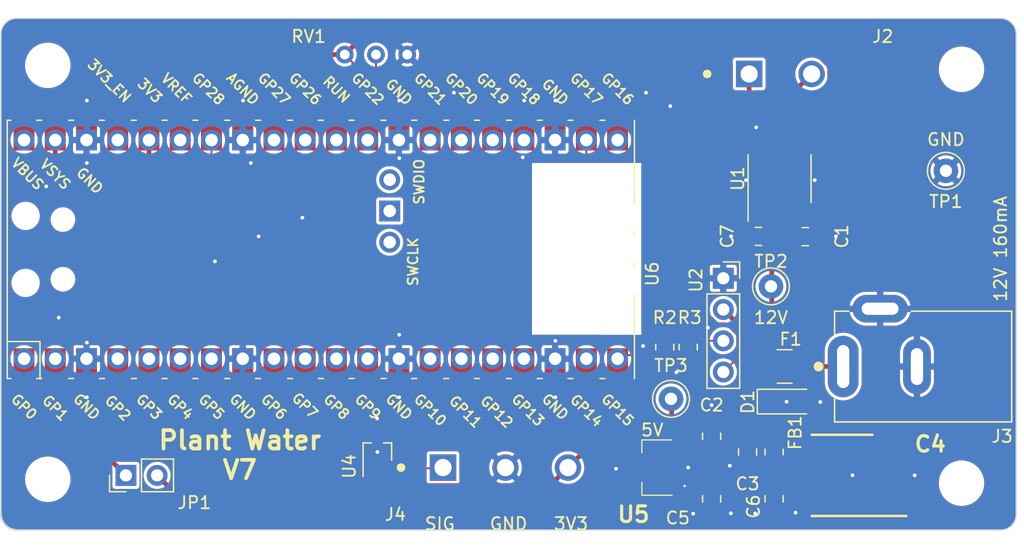
<source format=kicad_pcb>
(kicad_pcb (version 20221018) (generator pcbnew)
  (layers (0 "F.Cu" signal) (31 "B.Cu" signal) (34 "B.Paste" user) (35 "F.Paste" user) (36 "B.SilkS" user "B.Silkscreen") (37 "F.SilkS" user "F.Silkscreen") (38 "B.Mask" user) (39 "F.Mask" user) (44 "Edge.Cuts" user))
  (net 0 "")
  (net 1 "GND")
  (net 2 "+3.3V")
  (net 3 "+12V")
  (net 4 "+5V")
  (net 5 "/AIN2")
  (net 6 "/AIN1")
  (net 7 "/AO1")
  (net 8 "/AO2")
  (net 9 "Net-(F1-Pad1)")
  (net 10 "Net-(J4-Pin_1)")
  (net 11 "Net-(U2-SDA)")
  (net 12 "Net-(U2-SCK)")
  (net 13 "Net-(U6-GPIO22)")
  (net 37 "/5V_JUMP")
  (net 38 "+12P")
  (footprint "Resistor_SMD:R_0805_2012Metric_Pad1.20x1.40mm_HandSolder" (layer "F.Cu") (at 91.44 61.325 90)
    (fp_text reference "R2" (at 2.397 0 180) (layer "F.SilkS"))
    (fp_text value "10K")
    (pad "1" smd roundrect (at -1 0 90) (size 1.2 1.4) (layers "F.Cu" "F.Paste" "F.Mask") (roundrect_rratio 0.208333) (net 2 "+3.3V"))
    (pad "2" smd roundrect (at 1 0 90) (size 1.2 1.4) (layers "F.Cu" "F.Paste" "F.Mask") (roundrect_rratio 0.208333) (net 11 "Net-(U2-SDA)"))
  )
  (footprint "MountingHole:MountingHole_3.2mm_M3" (layer "F.Cu") (at 115.57 72.39)
    (fp_text reference "REF**" hide)
    (fp_text value "MountingHole_3.2mm_M3" hide)
    (pad "" np_thru_hole circle (at 0 0) (size 3.2 3.2) (drill 3.2) (layers "*.Cu" "*.Mask"))
  )
  (footprint "TestPoint:TestPoint_Loop_D1.80mm_Drill1.0mm_Beaded" (layer "F.Cu") (at 91.948 65.532)
    (fp_text reference "TP3" (at 0 -2.706818) (layer "F.SilkS"))
    (fp_text value "TestPoint")
    (pad "1" thru_hole circle (at 0 0) (size 2 2) (drill 1) (layers "*.Cu" "*.Mask") (net 4 "+5V"))
  )
  (footprint "Capacitor_SMD:C_0805_2012Metric_Pad1.18x1.45mm_HandSolder" (layer "F.Cu") (at 100.33 73.66 90)
    (fp_text reference "C6" (at -0.635 -1.68 90) (layer "F.SilkS"))
    (fp_text value "1uF")
    (pad "1" smd roundrect (at -1.0375 0 90) (size 1.175 1.45) (layers "F.Cu" "F.Paste" "F.Mask") (roundrect_rratio 0.212766) (net 1 "GND"))
    (pad "2" smd roundrect (at 1.0375 0 90) (size 1.175 1.45) (layers "F.Cu" "F.Paste" "F.Mask") (roundrect_rratio 0.212766) (net 3 "+12V"))
  )
  (footprint "Potentiometer_THT:Potentiometer_Bourns_3266Y_Vertical" (layer "F.Cu") (at 65.42 37.54 180)
    (fp_text reference "RV1" (at 2.936 1.472) (layer "F.SilkS"))
    (fp_text value "R_Potentiometer")
    (pad "1" thru_hole circle (at 0 0 180) (size 1.44 1.44) (drill 0.8) (layers "*.Cu" "*.Mask") (net 2 "+3.3V"))
    (pad "2" thru_hole circle (at -2.54 0 180) (size 1.44 1.44) (drill 0.8) (layers "*.Cu" "*.Mask") (net 13 "Net-(U6-GPIO22)"))
    (pad "3" thru_hole circle (at -5.08 0 180) (size 1.44 1.44) (drill 0.8) (layers "*.Cu" "*.Mask") (net 1 "GND"))
  )
  (footprint "Library:CUI_PJ-002AH" (layer "F.Cu") (at 105.9475 62.905)
    (fp_text reference "J3" (at 12.9245 5.675) (layer "F.SilkS") (effects (font (size 1.000047 1.000047))))
    (fp_text value "PJ-002AH" hide)
    (pad "1" thru_hole oval (at 0 0) (size 2.5 5) (drill oval 1 3.5) (layers "*.Cu" "*.Mask") (net 9 "Net-(F1-Pad1)"))
    (pad "2" thru_hole oval (at 6 0) (size 2.25 4.5) (drill oval 1 3) (layers "*.Cu" "*.Mask") (net 1 "GND"))
    (pad "3" thru_hole oval (at 3 -4.7) (size 4.5 2.25) (drill oval 3 1) (layers "*.Cu" "*.Mask") (net 1 "GND"))
  )
  (footprint "Fuse:Fuse_1210_3225Metric_Pad1.42x2.65mm_HandSolder" (layer "F.Cu") (at 101.187678 62.898658 180)
    (fp_text reference "F1" (at -0.489625 2.21363 180) (layer "F.SilkS"))
    (fp_text value "160ma")
    (pad "1" smd roundrect (at -1.4875 0 180) (size 1.425 2.65) (layers "F.Cu" "F.Paste" "F.Mask") (roundrect_rratio 0.175439) (net 9 "Net-(F1-Pad1)"))
    (pad "2" smd roundrect (at 1.4875 0 180) (size 1.425 2.65) (layers "F.Cu" "F.Paste" "F.Mask") (roundrect_rratio 0.175439) (net 38 "+12P"))
  )
  (footprint "MountingHole:MountingHole_3.2mm_M3" (layer "F.Cu") (at 41.275 72.0725)
    (fp_text reference "REF**" hide)
    (fp_text value "MountingHole_3.2mm_M3" hide)
    (pad "" np_thru_hole circle (at 0 0) (size 3.2 3.2) (drill 3.2) (layers "*.Cu" "*.Mask"))
  )
  (footprint "Library:AP2204R50TRG1" (layer "F.Cu") (at 90.805 71.12 90)
    (fp_text reference "U5" (at -3.81 -1.905 180) (layer "F.SilkS") (effects (font (size 1.27 1.27) (thickness 0.254))))
    (fp_text value "AP2204R-5.0TRG1" hide)
    (pad "1" smd rect (at -1.5 1.194 90) (size 0.55 1.3) (layers "F.Cu" "F.Paste" "F.Mask") (net 3 "+12V"))
    (pad "2" smd rect (at 0 1.106 90) (size 0.8 1.475) (layers "F.Cu" "F.Paste" "F.Mask") (net 1 "GND"))
    (pad "3" smd rect (at 1.5 1.194 90) (size 0.55 1.3) (layers "F.Cu" "F.Paste" "F.Mask") (net 4 "+5V"))
    (pad "4" smd rect (at 0 -1.194 90) (size 1.85 3.125) (layers "F.Cu" "F.Paste" "F.Mask") (net 1 "GND"))
  )
  (footprint "Diode_SMD:D_SOD-123" (layer "F.Cu") (at 101.324113 65.755163)
    (fp_text reference "D1" (at -3.131599 0.036483 90) (layer "F.SilkS"))
    (fp_text value "TV02W480-G")
    (pad "1" smd roundrect (at -1.65 0) (size 0.9 1.2) (layers "F.Cu" "F.Paste" "F.Mask") (net 38 "+12P"))
    (pad "2" smd roundrect (at 1.65 0) (size 0.9 1.2) (layers "F.Cu" "F.Paste" "F.Mask") (net 1 "GND"))
  )
  (footprint "RPi_Pico:RPi_PicoW_SMD_TH" (layer "F.Cu") (at 63.473489 53.379584 90)
    (fp_text reference "U6" (at -1.992416 26.950511 90) (layer "F.SilkS"))
    (fp_text value "PicoW")
    (fp_text user "3V3_EN" (at 13.7 -17.2 135) (layer "F.SilkS") (effects (font (size 0.8 0.8))))
    (fp_text user "GP16" (at 13.054 24.13 135) (layer "F.SilkS") (effects (font (size 0.8 0.8))))
    (fp_text user "GND" (at 12.8 6.35 135) (layer "F.SilkS") (effects (font (size 0.8 0.8))))
    (fp_text user "GP14" (at -13.1 21.59 135) (layer "F.SilkS") (effects (font (size 0.8 0.8))))
    (fp_text user "GP17" (at 13.054 21.59 135) (layer "F.SilkS") (effects (font (size 0.8 0.8))))
    (fp_text user "SWCLK" (at -1 7.5 90) (layer "F.SilkS") (effects (font (size 0.8 0.8))))
    (fp_text user "GP4" (at -12.8 -11.43 135) (layer "F.SilkS") (effects (font (size 0.8 0.8))))
    (fp_text user "GP8" (at -12.8 1.27 135) (layer "F.SilkS") (effects (font (size 0.8 0.8))))
    (fp_text user "RUN" (at 13 1.27 135) (layer "F.SilkS") (effects (font (size 0.8 0.8))))
    (fp_text user "GP15" (at -13.054 24.13 135) (layer "F.SilkS") (effects (font (size 0.8 0.8))))
    (fp_text user "GP21" (at 13.054 8.9 135) (layer "F.SilkS") (effects (font (size 0.8 0.8))))
    (fp_text user "SWDIO" (at 5.5 8 90) (layer "F.SilkS") (effects (font (size 0.8 0.8))))
    (fp_text user "GP19" (at 13.054 13.97 135) (layer "F.SilkS") (effects (font (size 0.8 0.8))))
    (fp_text user "GP20" (at 13.054 11.43 135) (layer "F.SilkS") (effects (font (size 0.8 0.8))))
    (fp_text user "GP9" (at -12.8 3.81 135) (layer "F.SilkS") (effects (font (size 0.8 0.8))))
    (fp_text user "VREF" (at 13.0675 -11.7425 135) (layer "F.SilkS") (effects (font (size 0.8 0.8))))
    (fp_text user "GND" (at -12.8 6.35 135) (layer "F.SilkS") (effects (font (size 0.8 0.8))))
    (fp_text user "GP11" (at -13.2 11.7525 135) (layer "F.SilkS") (effects (font (size 0.8 0.8))))
    (fp_text user "GP27" (at 13.054 -3.8 135) (layer "F.SilkS") (effects (font (size 0.8 0.8))))
    (fp_text user "GND" (at 5.588 -18.796 135) (layer "F.SilkS") (effects (font (size 0.8 0.8))))
    (fp_text user "3V3" (at 12.9 -13.9 135) (layer "F.SilkS") (effects (font (size 0.8 0.8))))
    (fp_text user "VBUS" (at 6.135584 -23.849489 135) (layer "F.SilkS") (effects (font (size 0.8 0.8))))
    (fp_text user "GP3" (at -12.8 -13.97 135) (layer "F.SilkS") (effects (font (size 0.8 0.8))))
    (fp_text user "GP6" (at -12.8 -3.81 135) (layer "F.SilkS") (effects (font (size 0.8 0.8))))
    (fp_text user "GP5" (at -12.8 -8.89 135) (layer "F.SilkS") (effects (font (size 0.8 0.8))))
    (fp_text user "GP12" (at -13.2 14.2925 135) (layer "F.SilkS") (effects (font (size 0.8 0.8))))
    (fp_text user "GND" (at 12.8 19.05 135) (layer "F.SilkS") (effects (font (size 0.8 0.8))))
    (fp_text user "GP26" (at 13.054 -1.27 135) (layer "F.SilkS") (effects (font (size 0.8 0.8))))
    (fp_text user "GND" (at -12.8 19.05 135) (layer "F.SilkS") (effects (font (size 0.8 0.8))))
    (fp_text user "GP10" (at -13.054 8.89 135) (layer "F.SilkS") (effects (font (size 0.8 0.8))))
    (fp_text user "GP13" (at -13.054 16.8325 135) (layer "F.SilkS") (effects (font (size 0.8 0.8))))
    (fp_text user "GP0" (at -12.8 -24.13 135) (layer "F.SilkS") (effects (font (size 0.8 0.8))))
    (fp_text user "GP1" (at -12.9 -21.6 135) (layer "F.SilkS") (effects (font (size 0.8 0.8))))
    (fp_text user "VSYS" (at 6.096 -21.59 135) (layer "F.SilkS") (effects (font (size 0.8 0.8))))
    (fp_text user "AGND" (at 13.054 -6.35 135) (layer "F.SilkS") (effects (font (size 0.8 0.8))))
    (fp_text user "GP7" (at -12.7 -1.3 135) (layer "F.SilkS") (effects (font (size 0.8 0.8))))
    (fp_text user "GP2" (at -12.9 -16.51 135) (layer "F.SilkS") (effects (font (size 0.8 0.8))))
    (fp_text user "GP18" (at 13.054 16.51 135) (layer "F.SilkS") (effects (font (size 0.8 0.8))))
    (fp_text user "GP22" (at 13.054 3.81 135) (layer "F.SilkS") (effects (font (size 0.8 0.8))))
    (fp_text user "GND" (at -12.8 -6.35 135) (layer "F.SilkS") (effects (font (size 0.8 0.8))))
    (fp_text user "GP28" (at 13.054 -9.144 135) (layer "F.SilkS") (effects (font (size 0.8 0.8))))
    (fp_text user "GND" (at -12.8 -19.05 135) (layer "F.SilkS") (effects (font (size 0.8 0.8))))
    (pad "" np_thru_hole oval (at -2.725 -24 90) (size 1.8 1.8) (drill 1.8) (layers "*.Cu" "*.Mask"))
    (pad "" np_thru_hole oval (at -2.425 -20.97 90) (size 1.5 1.5) (drill 1.5) (layers "*.Cu" "*.Mask"))
    (pad "" np_thru_hole oval (at 2.425 -20.97 90) (size 1.5 1.5) (drill 1.5) (layers "*.Cu" "*.Mask"))
    (pad "" np_thru_hole oval (at 2.725 -24 90) (size 1.8 1.8) (drill 1.8) (layers "*.Cu" "*.Mask"))
    (pad "1" thru_hole oval (at -8.89 -24.13 90) (size 1.7 1.7) (drill 1.02) (layers "*.Cu" "*.Mask"))
    (pad "1" smd rect (at -8.89 -24.13 90) (size 3.5 1.7) (drill (offset -0.9 0)) (layers "F.Cu" "F.Mask"))
    (pad "2" thru_hole oval (at -8.89 -21.59 90) (size 1.7 1.7) (drill 1.02) (layers "*.Cu" "*.Mask"))
    (pad "2" smd rect (at -8.89 -21.59 90) (size 3.5 1.7) (drill (offset -0.9 0)) (layers "F.Cu" "F.Mask"))
    (pad "3" thru_hole rect (at -8.89 -19.05 90) (size 1.7 1.7) (drill 1.02) (layers "*.Cu" "*.Mask") (net 1 "GND"))
    (pad "3" smd rect (at -8.89 -19.05 90) (size 3.5 1.7) (drill (offset -0.9 0)) (layers "F.Cu" "F.Mask") (net 1 "GND"))
    (pad "4" thru_hole oval (at -8.89 -16.51 90) (size 1.7 1.7) (drill 1.02) (layers "*.Cu" "*.Mask"))
    (pad "4" smd rect (at -8.89 -16.51 90) (size 3.5 1.7) (drill (offset -0.9 0)) (layers "F.Cu" "F.Mask"))
    (pad "5" thru_hole oval (at -8.89 -13.97 90) (size 1.7 1.7) (drill 1.02) (layers "*.Cu" "*.Mask"))
    (pad "5" smd rect (at -8.89 -13.97 90) (size 3.5 1.7) (drill (offset -0.9 0)) (layers "F.Cu" "F.Mask"))
    (pad "6" thru_hole oval (at -8.89 -11.43 90) (size 1.7 1.7) (drill 1.02) (layers "*.Cu" "*.Mask"))
    (pad "6" smd rect (at -8.89 -11.43 90) (size 3.5 1.7) (drill (offset -0.9 0)) (layers "F.Cu" "F.Mask"))
    (pad "7" thru_hole oval (at -8.89 -8.89 90) (size 1.7 1.7) (drill 1.02) (layers "*.Cu" "*.Mask"))
    (pad "7" smd rect (at -8.89 -8.89 90) (size 3.5 1.7) (drill (offset -0.9 0)) (layers "F.Cu" "F.Mask"))
    (pad "8" thru_hole rect (at -8.89 -6.35 90) (size 1.7 1.7) (drill 1.02) (layers "*.Cu" "*.Mask") (net 1 "GND"))
    (pad "8" smd rect (at -8.89 -6.35 90) (size 3.5 1.7) (drill (offset -0.9 0)) (layers "F.Cu" "F.Mask") (net 1 "GND"))
    (pad "9" thru_hole oval (at -8.89 -3.81 90) (size 1.7 1.7) (drill 1.02) (layers "*.Cu" "*.Mask"))
    (pad "9" smd rect (at -8.89 -3.81 90) (size 3.5 1.7) (drill (offset -0.9 0)) (layers "F.Cu" "F.Mask"))
    (pad "10" thru_hole oval (at -8.89 -1.27 90) (size 1.7 1.7) (drill 1.02) (layers "*.Cu" "*.Mask"))
    (pad "10" smd rect (at -8.89 -1.27 90) (size 3.5 1.7) (drill (offset -0.9 0)) (layers "F.Cu" "F.Mask"))
    (pad "11" thru_hole oval (at -8.89 1.27 90) (size 1.7 1.7) (drill 1.02) (layers "*.Cu" "*.Mask"))
    (pad "11" smd rect (at -8.89 1.27 90) (size 3.5 1.7) (drill (offset -0.9 0)) (layers "F.Cu" "F.Mask"))
    (pad "12" thru_hole oval (at -8.89 3.81 90) (size 1.7 1.7) (drill 1.02) (layers "*.Cu" "*.Mask"))
    (pad "12" smd rect (at -8.89 3.81 90) (size 3.5 1.7) (drill (offset -0.9 0)) (layers "F.Cu" "F.Mask"))
    (pad "13" thru_hole rect (at -8.89 6.35 90) (size 1.7 1.7) (drill 1.02) (layers "*.Cu" "*.Mask") (net 1 "GND"))
    (pad "13" smd rect (at -8.89 6.35 90) (size 3.5 1.7) (drill (offset -0.9 0)) (layers "F.Cu" "F.Mask") (net 1 "GND"))
    (pad "14" thru_hole oval (at -8.89 8.89 90) (size 1.7 1.7) (drill 1.02) (layers "*.Cu" "*.Mask"))
    (pad "14" smd rect (at -8.89 8.89 90) (size 3.5 1.7) (drill (offset -0.9 0)) (layers "F.Cu" "F.Mask"))
    (pad "15" thru_hole oval (at -8.89 11.43 90) (size 1.7 1.7) (drill 1.02) (layers "*.Cu" "*.Mask"))
    (pad "15" smd rect (at -8.89 11.43 90) (size 3.5 1.7) (drill (offset -0.9 0)) (layers "F.Cu" "F.Mask"))
    (pad "16" thru_hole oval (at -8.89 13.97 90) (size 1.7 1.7) (drill 1.02) (layers "*.Cu" "*.Mask"))
    (pad "16" smd rect (at -8.89 13.97 90) (size 3.5 1.7) (drill (offset -0.9 0)) (layers "F.Cu" "F.Mask"))
    (pad "17" thru_hole oval (at -8.89 16.51 90) (size 1.7 1.7) (drill 1.02) (layers "*.Cu" "*.Mask"))
    (pad "17" smd rect (at -8.89 16.51 90) (size 3.5 1.7) (drill (offset -0.9 0)) (layers "F.Cu" "F.Mask"))
    (pad "18" thru_hole rect (at -8.89 19.05 90) (size 1.7 1.7) (drill 1.02) (layers "*.Cu" "*.Mask") (net 1 "GND"))
    (pad "18" smd rect (at -8.89 19.05 90) (size 3.5 1.7) (drill (offset -0.9 0)) (layers "F.Cu" "F.Mask") (net 1 "GND"))
    (pad "19" thru_hole oval (at -8.89 21.59 90) (size 1.7 1.7) (drill 1.02) (layers "*.Cu" "*.Mask") (net 11 "Net-(U2-SDA)"))
    (pad "19" smd rect (at -8.89 21.59 90) (size 3.5 1.7) (drill (offset -0.9 0)) (layers "F.Cu" "F.Mask") (net 11 "Net-(U2-SDA)"))
    (pad "20" thru_hole oval (at -8.89 24.13 90) (size 1.7 1.7) (drill 1.02) (layers "*.Cu" "*.Mask") (net 12 "Net-(U2-SCK)"))
    (pad "20" smd rect (at -8.89 24.13 90) (size 3.5 1.7) (drill (offset -0.9 0)) (layers "F.Cu" "F.Mask") (net 12 "Net-(U2-SCK)"))
    (pad "21" thru_hole oval (at 8.89 24.13 90) (size 1.7 1.7) (drill 1.02) (layers "*.Cu" "*.Mask") (net 6 "/AIN1"))
    (pad "21" smd rect (at 8.89 24.13 90) (size 3.5 1.7) (drill (offset 0.9 0)) (layers "F.Cu" "F.Mask") (net 6 "/AIN1"))
    (pad "22" thru_hole oval (at 8.89 21.59 90) (size 1.7 1.7) (drill 1.02) (layers "*.Cu" "*.Mask") (net 5 "/AIN2"))
    (pad "22" smd rect (at 8.89 21.59 90) (size 3.5 1.7) (drill (offset 0.9 0)) (layers "F.Cu" "F.Mask") (net 5 "/AIN2"))
    (pad "23" thru_hole rect (at 8.89 19.05 90) (size 1.7 1.7) (drill 1.02) (layers "*.Cu" "*.Mask") (net 1 "GND"))
    (pad "23" smd rect (at 8.89 19.05 90) (size 3.5 1.7) (drill (offset 0.9 0)) (layers "F.Cu" "F.Mask") (net 1 "GND"))
    (pad "24" thru_hole oval (at 8.89 16.51 90) (size 1.7 1.7) (drill 1.02) (layers "*.Cu" "*.Mask"))
    (pad "24" smd rect (at 8.89 16.51 90) (size 3.5 1.7) (drill (offset 0.9 0)) (layers "F.Cu" "F.Mask"))
    (pad "25" thru_hole oval (at 8.89 13.97 90) (size 1.7 1.7) (drill 1.02) (layers "*.Cu" "*.Mask"))
    (pad "25" smd rect (at 8.89 13.97 90) (size 3.5 1.7) (drill (offset 0.9 0)) (layers "F.Cu" "F.Mask"))
    (pad "26" thru_hole oval (at 8.89 11.43 90) (size 1.7 1.7) (drill 1.02) (layers "*.Cu" "*.Mask"))
    (pad "26" smd rect (at 8.89 11.43 90) (size 3.5 1.7) (drill (offset 0.9 0)) (layers "F.Cu" "F.Mask"))
    (pad "27" thru_hole oval (at 8.89 8.89 90) (size 1.7 1.7) (drill 1.02) (layers "*.Cu" "*.Mask"))
    (pad "27" smd rect (at 8.89 8.89 90) (size 3.5 1.7) (drill (offset 0.9 0)) (layers "F.Cu" "F.Mask"))
    (pad "28" thru_hole rect (at 8.89 6.35 90) (size 1.7 1.7) (drill 1.02) (layers "*.Cu" "*.Mask") (net 1 "GND"))
    (pad "28" smd rect (at 8.89 6.35 90) (size 3.5 1.7) (drill (offset 0.9 0)) (layers "F.Cu" "F.Mask") (net 1 "GND"))
    (pad "29" thru_hole oval (at 8.89 3.81 90) (size 1.7 1.7) (drill 1.02) (layers "*.Cu" "*.Mask") (net 13 "Net-(U6-GPIO22)"))
    (pad "29" smd rect (at 8.89 3.81 90) (size 3.5 1.7) (drill (offset 0.9 0)) (layers "F.Cu" "F.Mask") (net 13 "Net-(U6-GPIO22)"))
    (pad "30" thru_hole oval (at 8.89 1.27 90) (size 1.7 1.7) (drill 1.02) (layers "*.Cu" "*.Mask"))
    (pad "30" smd rect (at 8.89 1.27 90) (size 3.5 1.7) (drill (offset 0.9 0)) (layers "F.Cu" "F.Mask"))
    (pad "31" thru_hole oval (at 8.89 -1.27 90) (size 1.7 1.7) (drill 1.02) (layers "*.Cu" "*.Mask"))
    (pad "31" smd rect (at 8.89 -1.27 90) (size 3.5 1.7) (drill (offset 0.9 0)) (layers "F.Cu" "F.Mask"))
    (pad "32" thru_hole oval (at 8.89 -3.81 90) (size 1.7 1.7) (drill 1.02) (layers "*.Cu" "*.Mask"))
    (pad "32" smd rect (at 8.89 -3.81 90) (size 3.5 1.7) (drill (offset 0.9 0)) (layers "F.Cu" "F.Mask"))
    (pad "33" thru_hole rect (at 8.89 -6.35 90) (size 1.7 1.7) (drill 1.02) (layers "*.Cu" "*.Mask") (net 1 "GND"))
    (pad "33" smd rect (at 8.89 -6.35 90) (size 3.5 1.7) (drill (offset 0.9 0)) (layers "F.Cu" "F.Mask") (net 1 "GND"))
    (pad "34" thru_hole oval (at 8.89 -8.89 90) (size 1.7 1.7) (drill 1.02) (layers "*.Cu" "*.Mask") (net 10 "Net-(J4-Pin_1)"))
    (pad "34" smd rect (at 8.89 -8.89 90) (size 3.5 1.7) (drill (offset 0.9 0)) (layers "F.Cu" "F.Mask") (net 10 "Net-(J4-Pin_1)"))
    (pad "35" thru_hole oval (at 8.89 -11.43 90) (size 1.7 1.7) (drill 1.02) (layers "*.Cu" "*.Mask"))
    (pad "35" smd rect (at 8.89 -11.43 90) (size 3.5 1.7) (drill (offset 0.9 0)) (layers "F.Cu" "F.Mask"))
    (pad "36" thru_hole oval (at 8.89 -13.97 90) (size 1.7 1.7) (drill 1.02) (layers "*.Cu" "*.Mask") (net 2 "+3.3V"))
    (pad "36" smd rect (at 8.89 -13.97 90) (size 3.5 1.7) (drill (offset 0.9 0)) (layers "F.Cu" "F.Mask") (net 2 "+3.3V"))
    (pad "37" thru_hole oval (at 8.89 -16.51 90) (size 1.7 1.7) (drill 1.02) (layers "*.Cu" "*.Mask"))
    (pad "37" smd rect (at 8.89 -16.51 90) (size 3.5 1.7) (drill (offset 0.9 0)) (layers "F.Cu" "F.Mask"))
    (pad "38" thru_hole rect (at 8.89 -19.05 90) (size 1.7 1.7) (drill 1.02) (layers "*.Cu" "*.Mask") (net 1 "GND"))
    (pad "38" smd rect (at 8.89 -19.05 90) (size 3.5 1.7) (drill (offset 0.9 0)) (layers "F.Cu" "F.Mask") (net 1 "GND"))
    (pad "39" thru_hole oval (at 8.89 -21.59 90) (size 1.7 1.7) (drill 1.02) (layers "*.Cu" "*.Mask") (net 37 "/5V_JUMP"))
    (pad "39" smd rect (at 8.89 -21.59 90) (size 3.5 1.7) (drill (offset 0.9 0)) (layers "F.Cu" "F.Mask") (net 37 "/5V_JUMP"))
    (pad "40" thru_hole oval (at 8.89 -24.13 90) (size 1.7 1.7) (drill 1.02) (layers "*.Cu" "*.Mask"))
    (pad "40" smd rect (at 8.89 -24.13 90) (size 3.5 1.7) (drill (offset 0.9 0)) (layers "F.Cu" "F.Mask"))
    (pad "41" thru_hole oval (at 0.5841 5.6 90) (size 1.7 1.7) (drill 1.02) (layers "*.Cu" "*.Mask"))
    (pad "42" thru_hole rect (at 3.1241 5.6 90) (size 1.7 1.7) (drill 1.02) (layers "*.Cu" "*.Mask"))
    (pad "43" thru_hole oval (at 5.6641 5.6 90) (size 1.7 1.7) (drill 1.02) (layers "*.Cu" "*.Mask"))
  )
  (footprint "Connector_PinHeader_2.54mm:PinHeader_1x02_P2.54mm_Vertical" (layer "F.Cu") (at 47.625 71.755 90)
    (fp_text reference "JP1" (at -2.218567 5.569466) (layer "F.SilkS"))
    (fp_text value "Jumper_2_Bridged")
    (pad "1" thru_hole rect (at 0 0 90) (size 1.7 1.7) (drill 1) (layers "*.Cu" "*.Mask") (net 37 "/5V_JUMP"))
    (pad "2" thru_hole oval (at 0 2.54 90) (size 1.7 1.7) (drill 1) (layers "*.Cu" "*.Mask") (net 4 "+5V"))
  )
  (footprint "Capacitor_SMD:C_0805_2012Metric_Pad1.18x1.45mm_HandSolder" (layer "F.Cu") (at 95.25 68.58 -90)
    (fp_text reference "C2" (at -2.54 0 180) (layer "F.SilkS"))
    (fp_text value "2.2uF" hide)
    (pad "1" smd roundrect (at -1.0375 0 270) (size 1.175 1.45) (layers "F.Cu" "F.Paste" "F.Mask") (roundrect_rratio 0.212766) (net 1 "GND"))
    (pad "2" smd roundrect (at 1.0375 0 270) (size 1.175 1.45) (layers "F.Cu" "F.Paste" "F.Mask") (roundrect_rratio 0.212766) (net 4 "+5V"))
  )
  (footprint "Library:TE-282841-3-0" (layer "F.Cu") (at 78.74 71.12)
    (fp_text reference "J4" (at -10.16 3.81) (layer "F.SilkS") (effects (justify left)))
    (fp_text value "Conn_01x03" hide)
    (pad "1" thru_hole rect (at -5.33 0) (size 2.15 2.15) (drill 1.4) (layers "*.Cu" "*.Mask") (net 10 "Net-(J4-Pin_1)"))
    (pad "2" thru_hole circle (at -0.25 0) (size 2.15 2.15) (drill 1.4) (layers "*.Cu" "*.Mask") (net 1 "GND"))
    (pad "3" thru_hole circle (at 4.83 0) (size 2.15 2.15) (drill 1.4) (layers "*.Cu" "*.Mask") (net 2 "+3.3V"))
  )
  (footprint "Package_SO:SOIC-8-1EP_3.9x4.9mm_P1.27mm_EP2.41x3.81mm" (layer "F.Cu") (at 100.776 47.628 90)
    (fp_text reference "U1" (at 0 -3.4 90) (layer "F.SilkS"))
    (fp_text value "ZXBM5210-SP-13")
    (pad "1" smd roundrect (at -2.475 -1.905 90) (size 1.95 0.6) (layers "F.Cu" "F.Paste" "F.Mask") (net 7 "/AO1"))
    (pad "2" smd roundrect (at -2.475 -0.635 90) (size 1.95 0.6) (layers "F.Cu" "F.Paste" "F.Mask") (net 38 "+12P"))
    (pad "3" smd roundrect (at -2.475 0.635 90) (size 1.95 0.6) (layers "F.Cu" "F.Paste" "F.Mask") (net 2 "+3.3V"))
    (pad "4" smd roundrect (at -2.475 1.905 90) (size 1.95 0.6) (layers "F.Cu" "F.Paste" "F.Mask") (net 6 "/AIN1"))
    (pad "5" smd roundrect (at 2.475 1.905 90) (size 1.95 0.6) (layers "F.Cu" "F.Paste" "F.Mask") (net 5 "/AIN2"))
    (pad "6" smd roundrect (at 2.475 0.635 90) (size 1.95 0.6) (layers "F.Cu" "F.Paste" "F.Mask") (net 2 "+3.3V"))
    (pad "7" smd roundrect (at 2.475 -0.635 90) (size 1.95 0.6) (layers "F.Cu" "F.Paste" "F.Mask") (net 8 "/AO2"))
    (pad "8" smd roundrect (at 2.475 -1.905 90) (size 1.95 0.6) (layers "F.Cu" "F.Paste" "F.Mask") (net 1 "GND"))
    (pad "9" smd rect (at 0 0 90) (size 2.41 3.81) (layers "F.Cu" "F.Mask") (net 1 "GND"))
  )
  (footprint "TestPoint:TestPoint_Loop_D1.80mm_Drill1.0mm_Beaded" (layer "F.Cu") (at 114.3 46.99)
    (fp_text reference "TP1" (at 0 2.5) (layer "F.SilkS"))
    (fp_text value "TestPoint")
    (pad "1" thru_hole circle (at 0 0) (size 2 2) (drill 1) (layers "*.Cu" "*.Mask") (net 1 "GND"))
  )
  (footprint "MountingHole:MountingHole_3.2mm_M3" (layer "F.Cu") (at 41.275 38.4175)
    (fp_text reference "REF**" hide)
    (fp_text value "MountingHole_3.2mm_M3" hide)
    (pad "" np_thru_hole circle (at 0 0) (size 3.2 3.2) (drill 3.2) (layers "*.Cu" "*.Mask"))
  )
  (footprint "Capacitor_SMD:C_0805_2012Metric_Pad1.18x1.45mm_HandSolder" (layer "F.Cu") (at 99.06 52.324)
    (fp_text reference "C7" (at -2.54 0 90) (layer "F.SilkS"))
    (fp_text value "10uF")
    (pad "1" smd roundrect (at -1.0375 0) (size 1.175 1.45) (layers "F.Cu" "F.Paste" "F.Mask") (roundrect_rratio 0.212766) (net 1 "GND"))
    (pad "2" smd roundrect (at 1.0375 0) (size 1.175 1.45) (layers "F.Cu" "F.Paste" "F.Mask") (roundrect_rratio 0.212766) (net 38 "+12P"))
  )
  (footprint "Library:CONN 1x2 5mm" (layer "F.Cu") (at 103.632 39.116)
    (fp_text reference "J2" (at 4.572 -3.048) (layer "F.SilkS") (effects (justify left)))
    (fp_text value "Conn_01x02" hide)
    (pad "1" thru_hole rect (at -5.33 0) (size 2.15 2.15) (drill 1.4) (layers "*.Cu" "*.Mask") (net 7 "/AO1"))
    (pad "2" thru_hole circle (at -0.25 0) (size 2.15 2.15) (drill 1.4) (layers "*.Cu" "*.Mask") (net 8 "/AO2"))
  )
  (footprint "MountingHole:MountingHole_3.2mm_M3" (layer "F.Cu") (at 115.57 38.735)
    (fp_text reference "REF**" hide)
    (fp_text value "MountingHole_3.2mm_M3" hide)
    (pad "" np_thru_hole circle (at 0 0) (size 3.2 3.2) (drill 3.2) (layers "*.Cu" "*.Mask"))
  )
  (footprint "Resistor_SMD:R_0805_2012Metric_Pad1.20x1.40mm_HandSolder" (layer "F.Cu") (at 93.345 61.325 90)
    (fp_text reference "R3" (at 2.397 0.127 180) (layer "F.SilkS"))
    (fp_text value "10K")
    (pad "1" smd roundrect (at -1 0 90) (size 1.2 1.4) (layers "F.Cu" "F.Paste" "F.Mask") (roundrect_rratio 0.208333) (net 2 "+3.3V"))
    (pad "2" smd roundrect (at 1 0 90) (size 1.2 1.4) (layers "F.Cu" "F.Paste" "F.Mask") (roundrect_rratio 0.208333) (net 12 "Net-(U2-SCK)"))
  )
  (footprint "Capacitor_SMD:C_0805_2012Metric_Pad1.18x1.45mm_HandSolder" (layer "F.Cu") (at 95.25 73.66 90)
    (fp_text reference "C5" (at -1.561666 -2.751907 180) (layer "F.SilkS"))
    (fp_text value "1uF" hide)
    (pad "1" smd roundrect (at -1.0375 0 90) (size 1.175 1.45) (layers "F.Cu" "F.Paste" "F.Mask") (roundrect_rratio 0.212766) (net 1 "GND"))
    (pad "2" smd roundrect (at 1.0375 0 90) (size 1.175 1.45) (layers "F.Cu" "F.Paste" "F.Mask") (roundrect_rratio 0.212766) (net 3 "+12V"))
  )
  (footprint "Capacitor_SMD:C_0805_2012Metric_Pad1.18x1.45mm_HandSolder" (layer "F.Cu") (at 98.175051 69.849979 90)
    (fp_text reference "C3" (at -2.59232 -0.003781) (layer "F.SilkS"))
    (fp_text value "1uF")
    (pad "1" smd roundrect (at -1.0375 0 90) (size 1.175 1.45) (layers "F.Cu" "F.Paste" "F.Mask") (roundrect_rratio 0.212766) (net 1 "GND"))
    (pad "2" smd roundrect (at 1.0375 0 90) (size 1.175 1.45) (layers "F.Cu" "F.Paste" "F.Mask") (roundrect_rratio 0.212766) (net 38 "+12P"))
  )
  (footprint "Resistor_SMD:R_0805_2012Metric_Pad1.20x1.40mm_HandSolder" (layer "F.Cu") (at 100.33 69.85 -90)
    (fp_text reference "FB1" (at -1.561785 -1.707895 -90) (layer "F.SilkS"))
    (fp_text value "ACML-0805-601-T")
    (pad "1" smd roundrect (at -1 0 270) (size 1.2 1.4) (layers "F.Cu" "F.Paste" "F.Mask") (roundrect_rratio 0.208333) (net 38 "+12P"))
    (pad "2" smd roundrect (at 1 0 270) (size 1.2 1.4) (layers "F.Cu" "F.Paste" "F.Mask") (roundrect_rratio 0.208333) (net 3 "+12V"))
  )
  (footprint "Library:UUA1C101MCL1GS" (layer "F.Cu") (at 106.68 71.755 180)
    (fp_text reference "C4" (at -6.35 2.54) (layer "F.SilkS") (effects (font (size 1.27 1.27) (thickness 0.254))))
    (fp_text value "100uF" hide)
    (pad "1" smd rect (at -2.65 0 270) (size 1.85 3.5) (layers "F.Cu" "F.Paste" "F.Mask") (net 1 "GND"))
    (pad "2" smd rect (at 2.65 0 270) (size 1.85 3.5) (layers "F.Cu" "F.Paste" "F.Mask") (net 3 "+12V"))
  )
  (footprint "Package_TO_SOT_SMD:SOT-323_SC-70_Handsoldering" (layer "F.Cu") (at 68.072 69.85 90)
    (fp_text reference "U4" (at -1.171904 -2.286 90) (layer "F.SilkS"))
    (fp_text value "ESD7002")
    (pad "1" smd rect (at -1.33 -0.65) (size 0.45 1.5) (layers "F.Cu" "F.Paste" "F.Mask") (net 2 "+3.3V"))
    (pad "2" smd rect (at -1.33 0.65) (size 0.45 1.5) (layers "F.Cu" "F.Paste" "F.Mask") (net 10 "Net-(J4-Pin_1)"))
    (pad "3" smd rect (at 1.33 0) (size 0.45 1.5) (layers "F.Cu" "F.Paste" "F.Mask") (net 1 "GND"))
  )
  (footprint "Connector_PinSocket_2.54mm:PinSocket_1x04_P2.54mm_Vertical" (layer "F.Cu") (at 96.201678 55.729167)
    (fp_text reference "U2" (at -2.221678 0.150833 90) (layer "F.SilkS"))
    (fp_text value "OLED_DISP" hide)
    (pad "1" thru_hole rect (at 0 0) (size 1.7 1.7) (drill 1) (layers "*.Cu" "*.Mask") (net 1 "GND"))
    (pad "2" thru_hole oval (at 0 2.54) (size 1.7 1.7) (drill 1) (layers "*.Cu" "*.Mask") (net 4 "+5V"))
    (pad "3" thru_hole oval (at 0 5.08) (size 1.7 1.7) (drill 1) (layers "*.Cu" "*.Mask") (net 12 "Net-(U2-SCK)"))
    (pad "4" thru_hole oval (at 0 7.62) (size 1.7 1.7) (drill 1) (layers "*.Cu" "*.Mask") (net 11 "Net-(U2-SDA)"))
  )
  (footprint "Capacitor_SMD:C_0805_2012Metric_Pad1.18x1.45mm_HandSolder" (layer "F.Cu") (at 102.868524 52.345729 180)
    (fp_text reference "C1" (at -2.966885 0.020942 90) (layer "F.SilkS"))
    (fp_text value "1uF" hide)
    (pad "1" smd roundrect (at -1.0375 0 180) (size 1.175 1.45) (layers "F.Cu" "F.Paste" "F.Mask") (roundrect_rratio 0.212766) (net 1 "GND"))
    (pad "2" smd roundrect (at 1.0375 0 180) (size 1.175 1.45) (layers "F.Cu" "F.Paste" "F.Mask") (roundrect_rratio 0.212766) (net 2 "+3.3V"))
  )
  (footprint "TestPoint:TestPoint_Loop_D1.80mm_Drill1.0mm_Beaded" (layer "F.Cu") (at 100.076 56.388)
    (fp_text reference "TP2" (at 0 -2.032) (layer "F.SilkS"))
    (fp_text value "TestPoint")
    (pad "1" thru_hole circle (at 0 0) (size 2 2) (drill 1) (layers "*.Cu" "*.Mask") (net 38 "+12P"))
  )
  (gr_line (start 38.735 34.5948) (end 118.766572 34.5948) (stroke (width 0.1)) (layer "Edge.Cuts"))
  (gr_line (start 37.465 74.793974) (end 37.465 35.8775) (stroke (width 0.1)) (layer "Edge.Cuts"))
  (gr_arc (start 38.735 76.2) (mid 37.808802 75.760013) (end 37.465 74.793974) (stroke (width 0.15)) (layer "Edge.Cuts"))
  (gr_arc (start 120.015 74.93) (mid 119.643026 75.828026) (end 118.745 76.2) (stroke (width 0.1)) (layer "Edge.Cuts"))
  (gr_line (start 118.745 76.2) (end 38.735 76.2) (stroke (width 0.1)) (layer "Edge.Cuts"))
  (gr_line (start 120.015 35.890987) (end 120.015 74.93) (stroke (width 0.1)) (layer "Edge.Cuts"))
  (gr_arc (start 37.465 35.8775) (mid 37.834344 34.973125) (end 38.735 34.5948) (stroke (width 0.1)) (layer "Edge.Cuts"))
  (gr_arc (start 118.766572 34.5948) (mid 119.659236 34.984335) (end 120.015 35.890987) (stroke (width 0.1)) (layer "Edge.Cuts"))
  (gr_text "3V3" (at 83.82 75.692) (layer "F.SilkS") (effects (font (size 1 1))))
  (gr_text "GND" (at 78.74 75.692) (layer "F.SilkS") (effects (font (size 1 1))))
  (gr_text "SIG" (at 73.152 75.692) (layer "F.SilkS") (effects (font (size 1 1))))
  (gr_text "5V" (at 90.424 68.072) (layer "F.SilkS") (effects (font (size 1 1))))
  (gr_text "GND" (at 114.3 44.45) (layer "F.SilkS") (effects (font (size 1 1))))
  (gr_text "Plant Water\nV7" (at 56.896 70.104) (layer "F.SilkS") (effects (font (size 1.5 1.5) (thickness 0.3))))
  (gr_text "12V" (at 100.076 58.928) (layer "F.SilkS") (effects (font (size 1 1))))
  (gr_text "12V 160mA" (at 118.745 53.34 90) (layer "F.SilkS") (effects (font (size 1 1))))
  (segment (start 82.523489 45.492511) (end 82.523489 44.489584) (width 0.1524) (layer "F.Cu") (net 1))
  (segment (start 108.9475 58.205) (end 107.735 58.205) (width 0.1524) (layer "F.Cu") (net 1))
  (segment (start 79.892711 45.892023) (end 80.010734 45.774) (width 0.1524) (layer "F.Cu") (net 1))
  (segment (start 82.242 45.774) (end 82.523489 45.492511) (width 0.1524) (layer "F.Cu") (net 1))
  (segment (start 80.010734 45.774) (end 82.242 45.774) (width 0.1524) (layer "F.Cu") (net 1))
  (via (at 92.387648 63.370928) (size 0.6096) (drill 0.3048) (layers "F.Cu" "B.Cu") (net 1))
  (via (at 82.546524 60.810565) (size 0.6096) (drill 0.3048) (layers "F.Cu" "B.Cu") (net 1))
  (via (at 54.864 54.356) (size 0.6096) (drill 0.3048) (layers "F.Cu" "B.Cu") (net 1))
  (via (at 96.728574 70.96845) (size 0.6096) (drill 0.3048) (layers "F.Cu" "B.Cu") (net 1))
  (via (at 41.148 48.26) (size 0.6096) (drill 0.3048) (layers "F.Cu" "B.Cu") (net 1))
  (via (at 93.748867 74.869654) (size 0.6096) (drill 0.3048) (layers "F.Cu" "B.Cu") (net 1))
  (via (at 89.674431 61.23677) (size 0.6096) (drill 0.3048) (layers "F.Cu" "B.Cu") (net 1))
  (via (at 96.816593 74.839758) (size 0.6096) (drill 0.3048) (layers "F.Cu" "B.Cu") (net 1))
  (via (at 98.044 47.752) (size 0.6096) (drill 0.3048) (layers "F.Cu" "B.Cu") (net 1))
  (via (at 42.164 58.928) (size 0.6096) (drill 0.3048) (layers "F.Cu" "B.Cu") (net 1))
  (via (at 69.85 60.325) (size 0.6096) (drill 0.3048) (layers "F.Cu" "B.Cu") (net 1))
  (via (at 44.45 46.355) (size 0.6096) (drill 0.3048) (layers "F.Cu" "B.Cu") (net 1))
  (via (at 79.892711 45.892023) (size 0.6096) (drill 0.3048) (layers "F.Cu" "B.Cu") (net 1))
  (via (at 82.55 65.405) (size 0.6096) (drill 0.3048) (layers "F.Cu" "B.Cu") (net 1))
  (via (at 87.484024 71.215265) (size 0.6096) (drill 0.3048) (layers "F.Cu" "B.Cu") (net 1))
  (via (at 58.42 52.324) (size 0.6096) (drill 0.3048) (layers "F.Cu" "B.Cu") (net 1))
  (via (at 69.85 45.959735) (size 0.6096) (drill 0.3048) (layers "F.Cu" "B.Cu") (net 1))
  (via (at 82.55 41.275) (size 0.6096) (drill 0.3048) (layers "F.Cu" "B.Cu") (net 1))
  (via (at 44.45 60.96) (size 0.6096) (drill 0.3048) (layers "F.Cu" "B.Cu") (net 1))
  (via (at 68.051281 67.123612) (size 0.6096) (drill 0.3048) (layers "F.Cu" "B.Cu") (net 1))
  (via (at 69.85 65.405) (size 0.6096) (drill 0.3048) (layers "F.Cu" "B.Cu") (net 1))
  (via (at 91.8884 41.72957) (size 0.6096) (drill 0.3048) (layers "F.Cu" "B.Cu") (net 1))
  (via (at 44.45 41.275) (size 0.6096) (drill 0.3048) (layers "F.Cu" "B.Cu") (net 1))
  (via (at 80.01 41.275) (size 0.6096) (drill 0.3048) (layers "F.Cu" "B.Cu") (net 1))
  (via (at 101.345335 65.765774) (size 0.6096) (drill 0.3048) (layers "F.Cu" "B.Cu") (net 1))
  (via (at 44.45 65.405) (size 0.6096) (drill 0.3048) (layers "F.Cu" "B.Cu") (net 1))
  (via (at 94.945618 59.74313) (size 0.6096) (drill 0.3048) (layers "F.Cu" "B.Cu") (net 1))
  (via (at 57.15 41.275) (size 0.6096) (drill 0.3048) (layers "F.Cu" "B.Cu") (net 1))
  (via (at 103.632 47.752) (size 0.6096) (drill 0.3048) (layers "F.Cu" "B.Cu") (net 1))
  (via (at 102.07652 74.788411) (size 0.6096) (drill 0.3048) (layers "F.Cu" "B.Cu") (net 1))
  (via (at 57.785 46.355) (size 0.6096) (drill 0.3048) (layers "F.Cu" "B.Cu") (net 1))
  (via (at 93.345 71.12) (size 0.6096) (drill 0.3048) (layers "F.Cu" "B.Cu") (net 1))
  (via (at 68.072 69.85) (size 0.6096) (drill 0.3048) (layers "F.Cu" "B.Cu") (net 1))
  (via (at 61.976 50.8) (size 0.6096) (drill 0.3048) (layers "F.Cu" "B.Cu") (net 1))
  (via (at 104.082974 65.786996) (size 0.6096) (drill 0.3048) (layers "F.Cu" "B.Cu") (net 1))
  (via (at 69.85 41.275) (size 0.6096) (drill 0.3048) (layers "F.Cu" "B.Cu") (net 1))
  (via (at 96.833247 52.317131) (size 0.6096) (drill 0.3048) (layers "F.Cu" "B.Cu") (net 1))
  (via (at 98.79772 74.852077) (size 0.6096) (drill 0.3048) (layers "F.Cu" "B.Cu") (net 1))
  (via (at 105.352483 52.317131) (size 0.6096) (drill 0.3048) (layers "F.Cu" "B.Cu") (net 1))
  (via (at 98.874333 43.461825) (size 0.6096) (drill 0.3048) (layers "F.Cu" "B.Cu") (net 1))
  (via (at 74.295 40.64) (size 0.6096) (drill 0.3048) (layers "F.Cu" "B.Cu") (net 1))
  (via (at 89.916 40.64) (size 0.6096) (drill 0.3048) (layers "F.Cu" "B.Cu") (net 1))
  (via (at 111.76 71.755) (size 0.6096) (drill 0.3048) (layers "F.Cu" "B.Cu") (net 1))
  (via (at 95.25 66.04) (size 0.6096) (drill 0.3048) (layers "F.Cu" "B.Cu") (net 1))
  (via (at 106.707537 71.742403) (size 0.6096) (drill 0.3048) (layers "F.Cu" "B.Cu") (net 1))
  (segment (start 101.411 43.369) (end 104.7332 40.0468) (width 0.1524) (layer "F.Cu") (net 2))
  (segment (start 80.065658 46.540735) (end 66.860735 46.540735) (width 0.1524) (layer "F.Cu") (net 2))
  (segment (start 90.0176 46.1264) (end 80.479993 46.1264) (width 0.1524) (layer "F.Cu") (net 2))
  (segment (start 106.172 35.56) (end 109.22 38.608) (width 0.381) (layer "F.Cu") (net 2))
  (segment (start 67.422 72.136) (end 67.8715 72.5855) (width 0.381) (layer "F.Cu") (net 2))
  (segment (start 103.768886 37.592) (end 97.028 37.592) (width 0.1524) (layer "F.Cu") (net 2))
  (segment (start 66.1 71.18) (end 65.024 70.104) (width 0.381) (layer "F.Cu") (net 2))
  (segment (start 109.22 50.8) (end 105.664 54.356) (width 0.381) (layer "F.Cu") (net 2))
  (segment (start 101.831024 52.345729) (end 101.831024 51.539024) (width 0.381) (layer "F.Cu") (net 2))
  (segment (start 49.503489 45.947489) (end 49.503489 44.489584) (width 0.381) (layer "F.Cu") (net 2))
  (segment (start 101.831024 51.539024) (end 101.411 51.119) (width 0.381) (layer "F.Cu") (net 2))
  (segment (start 67.4 35.56) (end 106.172 35.56) (width 0.381) (layer "F.Cu") (net 2))
  (segment (start 91.2844 43.3356) (end 91.2844 44.8596) (width 0.1524) (layer "F.Cu") (net 2))
  (segment (start 80.479993 46.1264) (end 80.065658 46.540735) (width 0.1524) (layer "F.Cu") (net 2))
  (segment (start 89.535 63.5) (end 90.71 62.325) (width 0.381) (layer "F.Cu") (net 2))
  (segment (start 65.024 67.056) (end 63.5 65.532) (width 0.381) (layer "F.Cu") (net 2))
  (segment (start 105.664 54.356) (end 102.847024 54.356) (width 0.381) (layer "F.Cu") (net 2))
  (segment (start 104.7332 38.556314) (end 103.768886 37.592) (width 0.1524) (layer "F.Cu") (net 2))
  (segment (start 97.028 37.592) (end 91.2844 43.3356) (width 0.1524) (layer "F.Cu") (net 2))
  (segment (start 66.860735 46.540735) (end 66.04 45.72) (width 0.1524) (layer "F.Cu") (net 2))
  (segment (start 90.71 62.325) (end 91.44 62.325) (width 0.381) (layer "F.Cu") (net 2))
  (segment (start 63.5 65.532) (end 63.5 59.944) (width 0.381) (layer "F.Cu") (net 2))
  (segment (start 49.503489 41.428511) (end 53.392 37.54) (width 0.381) (layer "F.Cu") (net 2))
  (segment (start 67.8715 72.5855) (end 82.1045 72.5855) (width 0.381) (layer "F.Cu") (net 2))
  (segment (start 65.42 37.54) (end 67.4 35.56) (width 0.381) (layer "F.Cu") (net 2))
  (segment (start 82.1045 72.5855) (end 83.57 71.12) (width 0.381) (layer "F.Cu") (net 2))
  (segment (start 67.422 71.18) (end 66.1 71.18) (width 0.381) (layer "F.Cu") (net 2))
  (segment (start 53.392 37.54) (end 65.42 37.54) (width 0.381) (layer "F.Cu") (net 2))
  (segment (start 49.503489 44.489584) (end 49.503489 41.428511) (width 0.381) (layer "F.Cu") (net 2))
  (segment (start 89.535 65.155) (end 89.535 63.5) (width 0.381) (layer "F.Cu") (net 2))
  (segment (start 91.44 62.325) (end 93.345 62.325) (width 0.381) (layer "F.Cu") (net 2))
  (segment (start 101.411 45.153) (end 101.411 43.369) (width 0.1524) (layer "F.Cu") (net 2))
  (segment (start 83.57 71.12) (end 89.535 65.155) (width 0.381) (layer "F.Cu") (net 2))
  (segment (start 65.024 70.104) (end 65.024 67.056) (width 0.381) (layer "F.Cu") (net 2))
  (segment (start 63.5 59.944) (end 49.503489 45.947489) (width 0.381) (layer "F.Cu") (net 2))
  (segment (start 67.422 71.18) (end 67.422 72.136) (width 0.381) (layer "F.Cu") (net 2))
  (segment (start 109.22 38.608) (end 109.22 50.8) (width 0.381) (layer "F.Cu") (net 2))
  (segment (start 102.847024 54.356) (end 101.831024 53.34) (width 0.381) (layer "F.Cu") (net 2))
  (segment (start 104.7332 40.0468) (end 104.7332 38.556314) (width 0.1524) (layer "F.Cu") (net 2))
  (segment (start 101.411 51.119) (end 101.411 50.103) (width 0.381) (layer "F.Cu") (net 2))
  (segment (start 66.04 45.72) (end 66.04 38.16) (width 0.1524) (layer "F.Cu") (net 2))
  (segment (start 101.831024 53.34) (end 101.831024 52.345729) (width 0.381) (layer "F.Cu") (net 2))
  (segment (start 91.2844 44.8596) (end 90.0176 46.1264) (width 0.1524) (layer "F.Cu") (net 2))
  (segment (start 66.04 38.16) (end 65.42 37.54) (width 0.1524) (layer "F.Cu") (net 2))
  (segment (start 104.03 71.755) (end 102.87 71.755) (width 0.381) (layer "F.Cu") (net 3))
  (segment (start 100.33 70.85) (end 100.33 72.6225) (width 0.381) (layer "F.Cu") (net 3))
  (segment (start 92.0015 72.6225) (end 91.999 72.62) (width 0.381) (layer "F.Cu") (net 3))
  (segment (start 100.33 72.6225) (end 95.25 72.6225) (width 0.381) (layer "F.Cu") (net 3))
  (segment (start 102.87 71.755) (end 102.0025 72.6225) (width 0.381) (layer "F.Cu") (net 3))
  (segment (start 95.25 72.6225) (end 92.0015 72.6225) (width 0.381) (layer "F.Cu") (net 3))
  (segment (start 102.0025 72.6225) (end 100.33 72.6225) (width 0.381) (layer "F.Cu") (net 3))
  (segment (start 84.328 74.168) (end 52.578 74.168) (width 0.381) (layer "F.Cu") (net 4))
  (segment (start 97.794578 67.072922) (end 97.794578 59.862067) (width 0.381) (layer "F.Cu") (net 4))
  (segment (start 86.36 70.771697) (end 86.36 72.136) (width 0.381) (layer "F.Cu") (net 4))
  (segment (start 52.578 74.168) (end 50.165 71.755) (width 0.381) (layer "F.Cu") (net 4))
  (segment (start 91.999 69.62) (end 91.999 65.583) (width 0.381) (layer "F.Cu") (net 4))
  (segment (start 87.511697 69.62) (end 86.36 70.771697) (width 0.381) (layer "F.Cu") (net 4))
  (segment (start 95.2475 69.62) (end 95.25 69.6175) (width 0.381) (layer "F.Cu") (net 4))
  (segment (start 86.36 72.136) (end 84.328 74.168) (width 0.381) (layer "F.Cu") (net 4))
  (segment (start 95.25 69.6175) (end 97.794578 67.072922) (width 0.381) (layer "F.Cu") (net 4))
  (segment (start 91.999 69.62) (end 95.2475 69.62) (width 0.381) (layer "F.Cu") (net 4))
  (segment (start 91.999 69.62) (end 87.511697 69.62) (width 0.381) (layer "F.Cu") (net 4))
  (segment (start 97.794578 59.862067) (end 96.201678 58.269167) (width 0.381) (layer "F.Cu") (net 4))
  (segment (start 91.999 65.583) (end 91.948 65.532) (width 0.381) (layer "F.Cu") (net 4))
  (segment (start 105.664 40.894) (end 102.681 43.877) (width 0.1524) (layer "F.Cu") (net 5))
  (segment (start 105.664 38.1) (end 105.664 40.894) (width 0.1524) (layer "F.Cu") (net 5))
  (segment (start 85.063489 44.489584) (end 85.063489 45.558844) (width 0.1524) (layer "F.Cu") (net 5))
  (segment (start 85.063489 45.558844) (end 85.224645 45.72) (width 0.1524) (layer "F.Cu") (net 5))
  (segment (start 104.648 37.084) (end 105.664 38.1) (width 0.1524) (layer "F.Cu") (net 5))
  (segment (start 89.916 44.429473) (end 89.916 42.672) (width 0.1524) (layer "F.Cu") (net 5))
  (segment (start 102.681 43.877) (end 102.681 45.153) (width 0.1524) (layer "F.Cu") (net 5))
  (segment (start 88.625473 45.72) (end 89.916 44.429473) (width 0.1524) (layer "F.Cu") (net 5))
  (segment (start 89.916 42.672) (end 95.504 37.084) (width 0.1524) (layer "F.Cu") (net 5))
  (segment (start 95.504 37.084) (end 104.648 37.084) (width 0.1524) (layer "F.Cu") (net 5))
  (segment (start 85.224645 45.72) (end 88.625473 45.72) (width 0.1524) (layer "F.Cu") (net 5))
  (segment (start 104.837 50.103) (end 102.681 50.103) (width 0.1524) (layer "F.Cu") (net 6))
  (segment (start 92.597085 36.434915) (end 105.522915 36.434915) (width 0.1524) (layer "F.Cu") (net 6))
  (segment (start 106.68 48.26) (end 104.837 50.103) (width 0.1524) (layer "F.Cu") (net 6))
  (segment (start 87.603489 41.428511) (end 92.597085 36.434915) (width 0.1524) (layer "F.Cu") (net 6))
  (segment (start 105.522915 36.434915) (end 106.68 37.592) (width 0.1524) (layer "F.Cu") (net 6))
  (segment (start 106.68 37.592) (end 106.68 48.26) (width 0.1524) (layer "F.Cu") (net 6))
  (segment (start 87.603489 44.489584) (end 87.603489 41.428511) (width 0.1524) (layer "F.Cu") (net 6))
  (segment (start 97.028 42.672) (end 98.302 41.398) (width 0.381) (layer "F.Cu") (net 7))
  (segment (start 98.871 50.103) (end 98.363 50.103) (width 0.381) (layer "F.Cu") (net 7))
  (segment (start 98.302 41.398) (end 98.302 39.116) (width 0.381) (layer "F.Cu") (net 7))
  (segment (start 97.028 48.768) (end 97.028 42.672) (width 0.381) (layer "F.Cu") (net 7))
  (segment (start 98.363 50.103) (end 97.028 48.768) (width 0.381) (layer "F.Cu") (net 7))
  (segment (start 100.141 45.153) (end 100.141 42.357) (width 0.381) (layer "F.Cu") (net 8))
  (segment (start 100.141 42.357) (end 103.382 39.116) (width 0.381) (layer "F.Cu") (net 8))
  (segment (start 102.675178 62.898658) (end 105.941158 62.898658) (width 0.381) (layer "F.Cu") (net 9))
  (segment (start 68.722 71.18) (end 73.35 71.18) (width 0.1524) (layer "F.Cu") (net 10))
  (segment (start 68.4362 59.8002) (end 54.583489 45.947489) (width 0.1524) (layer "F.Cu") (net 10))
  (segment (start 68.4362 64.8686) (end 68.722 65.1544) (width 0.1524) (layer "F.Cu") (net 10))
  (segment (start 73.35 71.18) (end 73.41 71.12) (width 0.1524) (layer "F.Cu") (net 10))
  (segment (start 68.4362 64.8686) (end 68.4362 59.8002) (width 0.1524) (layer "F.Cu") (net 10))
  (segment (start 68.722 65.1544) (end 68.722 71.18) (width 0.1524) (layer "F.Cu") (net 10))
  (segment (start 54.583489 45.947489) (end 54.583489 44.489584) (width 0.1524) (layer "F.Cu") (net 10))
  (segment (start 89.73129 60.452) (end 91.043 60.452) (width 0.1524) (layer "F.Cu") (net 11))
  (segment (start 96.380566 59.395367) (end 97.327878 60.342679) (width 0.1524) (layer "F.Cu") (net 11))
  (segment (start 95.267823 58.928) (end 95.73519 59.395367) (width 0.1524) (layer "F.Cu") (net 11))
  (segment (start 91.71 60.055) (end 92.837 58.928) (width 0.1524) (layer "F.Cu") (net 11))
  (segment (start 92.837 58.928) (end 95.267823 58.928) (width 0.1524) (layer "F.Cu") (net 11))
  (segment (start 91.44 60.055) (end 91.71 60.055) (width 0.1524) (layer "F.Cu") (net 11))
  (segment (start 95.73519 59.395367) (end 96.380566 59.395367) (width 0.1524) (layer "F.Cu") (net 11))
  (segment (start 85.063489 62.269584) (end 86.779473 60.5536) (width 0.1524) (layer "F.Cu") (net 11))
  (segment (start 86.779473 60.5536) (end 89.62969 60.5536) (width 0.1524) (layer "F.Cu") (net 11))
  (segment (start 91.043 60.452) (end 91.44 60.055) (width 0.1524) (layer "F.Cu") (net 11))
  (segment (start 89.62969 60.5536) (end 89.73129 60.452) (width 0.1524) (layer "F.Cu") (net 11))
  (segment (start 97.327878 60.342679) (end 97.327878 62.222967) (width 0.1524) (layer "F.Cu") (net 11))
  (segment (start 97.327878 62.222967) (end 96.201678 63.349167) (width 0.1524) (layer "F.Cu") (net 11))
  (segment (start 94.845167 60.809167) (end 96.201678 60.809167) (width 0.1524) (layer "F.Cu") (net 12))
  (segment (start 87.603489 62.269584) (end 87.897073 61.976) (width 0.1524) (layer "F.Cu") (net 12))
  (segment (start 90.080421 61.976) (end 90.607621 61.4488) (width 0.1524) (layer "F.Cu") (net 12))
  (segment (start 87.897073 61.976) (end 90.080421 61.976) (width 0.1524) (layer "F.Cu") (net 12))
  (segment (start 93.218 60.452) (end 94.488 60.452) (width 0.1524) (layer "F.Cu") (net 12))
  (segment (start 90.607621 61.4488) (end 92.2212 61.4488) (width 0.1524) (layer "F.Cu") (net 12))
  (segment (start 94.488 60.452) (end 94.845167 60.809167) (width 0.1524) (layer "F.Cu") (net 12))
  (segment (start 92.2212 61.4488) (end 93.218 60.452) (width 0.1524) (layer "F.Cu") (net 12))
  (segment (start 67.31 44.463073) (end 67.31 39.37) (width 0.1524) (layer "F.Cu") (net 13))
  (segment (start 67.96 38.72) (end 67.96 37.54) (width 0.1524) (layer "F.Cu") (net 13))
  (segment (start 67.283489 44.489584) (end 67.31 44.463073) (width 0.1524) (layer "F.Cu") (net 13))
  (segment (start 67.31 39.37) (end 67.96 38.72) (width 0.1524) (layer "F.Cu") (net 13))
  (segment (start 44.196 48.768) (end 41.883489 46.455489) (width 0.381) (layer "F.Cu") (net 37))
  (segment (start 43.182989 65.876443) (end 43.182989 61.029084) (width 0.381) (layer "F.Cu") (net 37))
  (segment (start 43.18 67.31) (end 43.18 65.879432) (width 0.381) (layer "F.Cu") (net 37))
  (segment (start 43.182989 61.029084) (end 44.196 60.016073) (width 0.381) (layer "F.Cu") (net 37))
  (segment (start 47.625 71.755) (end 43.18 67.31) (width 0.381) (layer "F.Cu") (net 37))
  (segment (start 44.196 60.016073) (end 44.196 48.768) (width 0.381) (layer "F.Cu") (net 37))
  (segment (start 43.18 65.879432) (end 43.182989 65.876443) (width 0.381) (layer "F.Cu") (net 37))
  (segment (start 41.883489 46.455489) (end 41.883489 44.489584) (width 0.381) (layer "F.Cu") (net 37))
  (segment (start 99.698375 62.896855) (end 99.698375 60.063901) (width 0.381) (layer "F.Cu") (net 38))
  (segment (start 98.212572 68.85) (end 98.175051 68.812479) (width 0.381) (layer "F.Cu") (net 38))
  (segment (start 99.695 65.405) (end 99.695 63.446) (width 0.381) (layer "F.Cu") (net 38))
  (segment (start 99.674113 65.755163) (end 99.674113 67.289113) (width 0.381) (layer "F.Cu") (net 38))
  (segment (start 99.700178 62.898658) (end 99.698375 62.896855) (width 0.381) (layer "F.Cu") (net 38))
  (segment (start 99.674113 67.289113) (end 100.33 67.945) (width 0.381) (layer "F.Cu") (net 38))
  (segment (start 100.33 68.85) (end 98.212572 68.85) (width 0.381) (layer "F.Cu") (net 38))
  (segment (start 99.674113 65.425887) (end 99.695 65.405) (width 0.381) (layer "F.Cu") (net 38))
  (segment (start 99.695 63.446) (end 99.700178 63.446) (width 0.381) (layer "F.Cu") (net 38))
  (segment (start 100.33 67.945) (end 100.33 68.85) (width 0.381) (layer "F.Cu") (net 38))
  (segment (start 99.698375 60.063901) (end 100.141 59.621276) (width 0.381) (layer "F.Cu") (net 38))
  (segment (start 100.141 59.621276) (end 100.141 50.103) (width 0.381) (layer "F.Cu") (net 38))
  (segment (start 99.674113 65.755163) (end 99.674113 65.425887) (width 0.381) (layer "F.Cu") (net 38))
  (zone (net 1) (net_name "GND") (layers "F&B.Cu") (connect_pads thru_hole_only (clearance 0.254)) (min_thickness 0.254) (fill yes (thermal_gap 0.254) (thermal_bridge_width 0.508))
    (polygon (pts (xy 120.65 76.3905) (xy 37.465 76.3905) (xy 37.465 34.6075) (xy 120.65 34.6075)))
  )
  (zone (net 0) (net_name "") (layers "F&B.Cu") (connect_pads (clearance 0)) (min_thickness 0.25)
    (keepout (tracks not_allowed) (vias not_allowed) (pads not_allowed) (copperpour not_allowed) (footprints allowed))
    (fill (thermal_gap 0.5) (thermal_bridge_width 0.5))
    (polygon (pts (xy 80.645 46.355) (xy 89.535 46.355) (xy 89.535 60.325) (xy 80.645 60.325)))
  )
)
</source>
